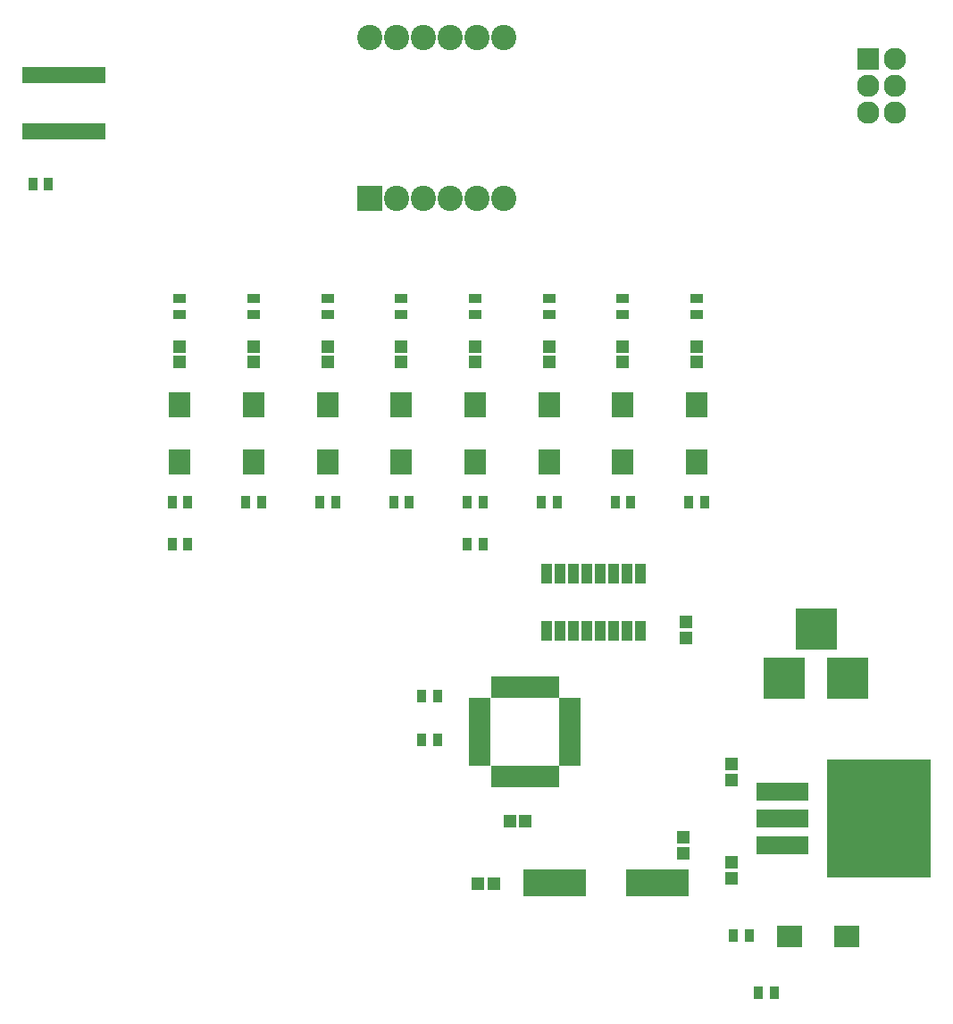
<source format=gts>
G04 #@! TF.FileFunction,Soldermask,Top*
%FSLAX46Y46*%
G04 Gerber Fmt 4.6, Leading zero omitted, Abs format (unit mm)*
G04 Created by KiCad (PCBNEW 4.0.4-stable) date 11/18/16 12:36:53*
%MOMM*%
%LPD*%
G01*
G04 APERTURE LIST*
%ADD10C,0.100000*%
%ADD11R,2.432000X2.432000*%
%ADD12C,2.400000*%
%ADD13R,1.200000X1.150000*%
%ADD14R,1.150000X1.200000*%
%ADD15R,3.900120X3.900120*%
%ADD16R,1.197560X1.197560*%
%ADD17R,0.950000X2.000000*%
%ADD18R,2.000000X0.950000*%
%ADD19R,2.127200X2.127200*%
%ADD20O,2.127200X2.127200*%
%ADD21R,0.900000X1.300000*%
%ADD22R,1.300000X0.900000*%
%ADD23R,2.400000X2.000000*%
%ADD24R,2.000000X2.400000*%
%ADD25R,5.000000X1.790000*%
%ADD26R,9.800000X11.200000*%
%ADD27R,0.820000X1.520000*%
%ADD28R,1.000000X1.900000*%
%ADD29R,6.000700X2.500580*%
G04 APERTURE END LIST*
D10*
D11*
X125000000Y-65500000D03*
D12*
X127540000Y-65500000D03*
X130080000Y-65500000D03*
X132620000Y-65500000D03*
X135160000Y-65500000D03*
X137700000Y-65500000D03*
X132620000Y-50260000D03*
X135160000Y-50260000D03*
X125000000Y-50260000D03*
X127540000Y-50260000D03*
X137700000Y-50260000D03*
X130080000Y-50260000D03*
D13*
X139750000Y-124500000D03*
X138250000Y-124500000D03*
X135250000Y-130500000D03*
X136750000Y-130500000D03*
D14*
X154700000Y-126050000D03*
X154700000Y-127550000D03*
X159300000Y-119150000D03*
X159300000Y-120650000D03*
X159300000Y-129950000D03*
X159300000Y-128450000D03*
X155000000Y-105650000D03*
X155000000Y-107150000D03*
D15*
X164299860Y-111000000D03*
X170299340Y-111000000D03*
X167299600Y-106301000D03*
D16*
X156000000Y-79550700D03*
X156000000Y-81049300D03*
X149000000Y-79550700D03*
X149000000Y-81049300D03*
X142000000Y-79550700D03*
X142000000Y-81049300D03*
X135000000Y-79550700D03*
X135000000Y-81049300D03*
X128000000Y-79550700D03*
X128000000Y-81049300D03*
X121000000Y-79550700D03*
X121000000Y-81049300D03*
X114000000Y-79550700D03*
X114000000Y-81049300D03*
X107000000Y-79550700D03*
X107000000Y-81049300D03*
D17*
X136900000Y-120350000D03*
X137700000Y-120350000D03*
X138500000Y-120350000D03*
X139300000Y-120350000D03*
X140100000Y-120350000D03*
X140900000Y-120350000D03*
X141700000Y-120350000D03*
X142500000Y-120350000D03*
D18*
X143950000Y-118900000D03*
X143950000Y-118100000D03*
X143950000Y-117300000D03*
X143950000Y-116500000D03*
X143950000Y-115700000D03*
X143950000Y-114900000D03*
X143950000Y-114100000D03*
X143950000Y-113300000D03*
D17*
X142500000Y-111850000D03*
X141700000Y-111850000D03*
X140900000Y-111850000D03*
X140100000Y-111850000D03*
X139300000Y-111850000D03*
X138500000Y-111850000D03*
X137700000Y-111850000D03*
X136900000Y-111850000D03*
D18*
X135450000Y-113300000D03*
X135450000Y-114100000D03*
X135450000Y-114900000D03*
X135450000Y-115700000D03*
X135450000Y-116500000D03*
X135450000Y-117300000D03*
X135450000Y-118100000D03*
X135450000Y-118900000D03*
D19*
X172200000Y-52300000D03*
D20*
X174740000Y-52300000D03*
X172200000Y-54840000D03*
X174740000Y-54840000D03*
X172200000Y-57380000D03*
X174740000Y-57380000D03*
D21*
X159450000Y-135400000D03*
X160950000Y-135400000D03*
D22*
X156000000Y-76550000D03*
X156000000Y-75050000D03*
D21*
X93050000Y-64200000D03*
X94550000Y-64200000D03*
D22*
X149000000Y-76550000D03*
X149000000Y-75050000D03*
X142000000Y-76550000D03*
X142000000Y-75050000D03*
X135000000Y-76550000D03*
X135000000Y-75050000D03*
X128000000Y-76550000D03*
X128000000Y-75050000D03*
X121000000Y-76550000D03*
X121000000Y-75050000D03*
X114000000Y-76550000D03*
X114000000Y-75050000D03*
X107000000Y-76550000D03*
X107000000Y-75050000D03*
D21*
X128750000Y-94300000D03*
X127250000Y-94300000D03*
X121750000Y-94300000D03*
X120250000Y-94300000D03*
X114750000Y-94300000D03*
X113250000Y-94300000D03*
X107750000Y-94300000D03*
X106250000Y-94300000D03*
X106250000Y-98300000D03*
X107750000Y-98300000D03*
X156750000Y-94300000D03*
X155250000Y-94300000D03*
X149750000Y-94300000D03*
X148250000Y-94300000D03*
X142750000Y-94300000D03*
X141250000Y-94300000D03*
X135750000Y-94300000D03*
X134250000Y-94300000D03*
X134250000Y-98300000D03*
X135750000Y-98300000D03*
X161850000Y-140800000D03*
X163350000Y-140800000D03*
X131450000Y-112700000D03*
X129950000Y-112700000D03*
X131450000Y-116800000D03*
X129950000Y-116800000D03*
D23*
X164800000Y-135500000D03*
X170200000Y-135500000D03*
D24*
X128000000Y-85100000D03*
X128000000Y-90500000D03*
X121000000Y-85100000D03*
X121000000Y-90500000D03*
X114000000Y-85100000D03*
X114000000Y-90500000D03*
X107000000Y-85100000D03*
X107000000Y-90500000D03*
X156000000Y-85100000D03*
X156000000Y-90500000D03*
X149000000Y-85100000D03*
X149000000Y-90500000D03*
X142000000Y-85100000D03*
X142000000Y-90500000D03*
X135000000Y-85100000D03*
X135000000Y-90500000D03*
D25*
X164100000Y-124300000D03*
D26*
X173250000Y-124300000D03*
D25*
X164100000Y-126840000D03*
X164100000Y-121760000D03*
D27*
X99492500Y-59150000D03*
X99492500Y-53850000D03*
X98857500Y-59150000D03*
X98857500Y-53850000D03*
X98222500Y-59150000D03*
X98222500Y-53850000D03*
X97587500Y-59150000D03*
X97587500Y-53850000D03*
X96952500Y-59150000D03*
X96952500Y-53850000D03*
X96317500Y-59150000D03*
X96317500Y-53850000D03*
X95682500Y-59150000D03*
X95682500Y-53850000D03*
X95047500Y-59150000D03*
X95047500Y-53850000D03*
X94412500Y-59150000D03*
X94412500Y-53850000D03*
X93777500Y-59150000D03*
X93777500Y-53850000D03*
X93142500Y-59150000D03*
X93142500Y-53850000D03*
X92507500Y-59150000D03*
X92507500Y-53850000D03*
D28*
X150645000Y-101100000D03*
X149375000Y-101100000D03*
X148105000Y-101100000D03*
X146835000Y-101100000D03*
X145565000Y-101100000D03*
X144295000Y-101100000D03*
X143025000Y-101100000D03*
X141755000Y-101100000D03*
X141755000Y-106500000D03*
X143025000Y-106500000D03*
X144295000Y-106500000D03*
X145565000Y-106500000D03*
X146835000Y-106500000D03*
X148105000Y-106500000D03*
X149375000Y-106500000D03*
X150645000Y-106500000D03*
D29*
X152248860Y-130400000D03*
X142551140Y-130400000D03*
M02*

</source>
